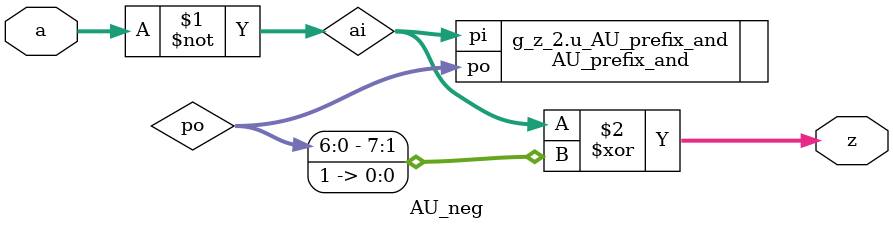
<source format=v>


module AU_neg #(
    parameter integer WIDTH = 8,  // word length of input (>= 1)
    parameter integer ARCH  = 0   // architecture (0 to 2)
) (
    // Data interface
    input  [WIDTH-1:0] a,  // input data
    output [WIDTH-1:0] z   // opposite number
);


    // Structural model
    generate
        wire [WIDTH-1:0] ai;
        wire [WIDTH-1:0] po;

        if (WIDTH == 1) begin : g_z_1
            // Calculate result bit
            assign z = a;
        end else begin : g_z_2
            // Invert a for complement
            assign ai = ~a;

            // Calculate prefix output propagate signal
            AU_prefix_and #(
                .WIDTH(WIDTH),
                .ARCH (ARCH)
            ) u_AU_prefix_and (
                .pi(ai),
                .po(po)
            );

            // Calculate result bits
            assign z = ai ^ {po[WIDTH - 2 : 0], 1'b1};
        end
    endgenerate


endmodule

</source>
